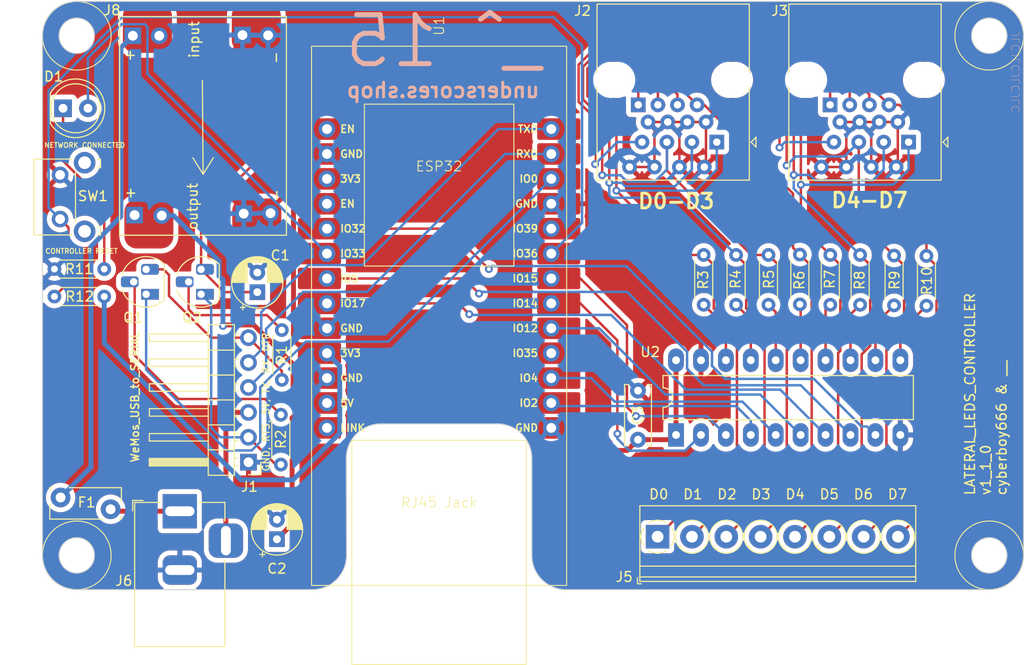
<source format=kicad_pcb>
(kicad_pcb (version 20221018) (generator pcbnew)
  (title_block (title "lateral_leds_controller") (date "2024-05-23") (rev "v1_1_0"))
  (layers (0 "F.Cu" signal) (31 "B.Cu" signal) (34 "B.Paste" user) (35 "F.Paste" user) (36 "B.SilkS" user "B.Silkscreen") (37 "F.SilkS" user "F.Silkscreen") (38 "B.Mask" user) (39 "F.Mask" user) (44 "Edge.Cuts" user))
  (net 0 "")
  (net 1 "Net-(Q2-C)")
  (net 2 "GND")
  (net 3 "Net-(D1-K)")
  (net 4 "Net-(D1-A)")
  (net 5 "Net-(F1-Pad1)")
  (net 6 "Net-(J5-Pin_8)")
  (net 7 "Net-(J1-Pin_2)")
  (net 8 "+5V")
  (net 9 "Net-(J1-Pin_4)")
  (net 10 "Net-(J1-Pin_5)")
  (net 11 "Net-(J1-Pin_6)")
  (net 12 "Net-(J5-Pin_7)")
  (net 13 "Net-(J5-Pin_6)")
  (net 14 "Net-(J5-Pin_5)")
  (net 15 "Net-(J5-Pin_1)")
  (net 16 "Net-(J5-Pin_2)")
  (net 17 "Net-(J5-Pin_3)")
  (net 18 "Net-(J5-Pin_4)")
  (net 19 "Net-(Q1-E)")
  (net 20 "Net-(Q1-B)")
  (net 21 "Net-(Q2-B)")
  (net 22 "Net-(U2-B0)")
  (net 23 "Net-(U2-B1)")
  (net 24 "Net-(U2-B2)")
  (net 25 "Net-(U2-B3)")
  (net 26 "Net-(U2-B4)")
  (net 27 "Net-(U2-B6)")
  (net 28 "Net-(U2-B5)")
  (net 29 "Net-(U2-B7)")
  (net 30 "+3V3")
  (net 32 "Net-(U1-IO32{slash}ADC1_CH4{slash}TCH9)")
  (net 33 "Net-(U1-IO5{slash}BOOT_FLOAT)")
  (net 34 "Net-(U1-IO17{slash}UART2_TX)")
  (net 35 "Net-(U1-IO2{slash}ADC2_CH2{slash}TCH2{slash}PRG_FLOAT_OR_GND)")
  (net 36 "Net-(U1-IO4{slash}ADC2_CH0{slash}TCH0)")
  (net 38 "Net-(U1-IO12{slash}ADC2_CH5{slash}TCH5{slash}BOOT_FLOAT_OR_LOW)")
  (net 39 "Net-(U1-IO14{slash}ADC2_CH6{slash}TCH6)")
  (net 40 "Net-(U1-IO15{slash}ADC2_CH3{slash}TCH3)")
  (net 41 "Net-(J1-Pin_3)")
  (net 43 "Net-(J8-Pin_1)")
  (net 44 "Net-(U1-IO36{slash}ADC1_CH0{slash}INPUT_ONLY)")
  (footprint "lib_fp:RJ45_Horizontal" (layer "F.Cu") (at 155.489 78.09 180)
    (fp_text reference "J2")
    (fp_text value "RJ45")
  )
  (footprint "Connector_BarrelJack:BarrelJack_Horizontal" (layer "F.Cu") (at 100.759 115.74 90)
    (fp_text reference "J6")
    (fp_text value "Barrel_Jack_Switch")
  )
  (footprint "Resistor_THT:R_Axial_DIN0204_L3.6mm_D1.6mm_P5.08mm_Horizontal" (layer "F.Cu") (at 111.159 102.34 90)
    (fp_text reference "R1")
    (fp_text value "10k")
  )
  (footprint "lib_fp:WT32-ETH01" (layer "F.Cu") (at 127.189 95.81)
    (fp_text reference "U1")
    (fp_text value "WT32-ETH01")
  )
  (footprint "Package_TO_SOT_THT:TO-92_HandSolder" (layer "F.Cu") (at 102.929 93.61 90)
    (fp_text reference "Q2")
    (fp_text value "2N3904")
  )
  (footprint "Resistor_THT:R_Axial_DIN0204_L3.6mm_D1.6mm_P5.08mm_Horizontal" (layer "F.Cu") (at 160.759 94.68 90)
    (fp_text reference "R5")
    (fp_text value "100")
  )
  (footprint "Connector_PinHeader_2.54mm:PinHeader_1x06_P2.54mm_Horizontal" (layer "F.Cu") (at 107.759 110.74 180)
    (fp_text reference "J1")
    (fp_text value "WeMos_CH340G_USB_to_SERIAL")
  )
  (footprint "lib_fp:RJ45_Horizontal" (layer "F.Cu") (at 175.0415 78.09 180)
    (fp_text reference "J3")
    (fp_text value "RJ45")
  )
  (footprint "Capacitor_THT:CP_Radial_D5.0mm_P2.00mm" (layer "F.Cu") (at 108.659 93.395112 90)
    (fp_text reference "C1")
    (fp_text value "10u")
  )
  (footprint "Fuse:Fuse_Bourns_MF-RG300" (layer "F.Cu") (at 93.709 115.54 180)
    (fp_text reference "F1")
    (fp_text value "Polyfuse")
  )
  (footprint "Resistor_THT:R_Axial_DIN0204_L3.6mm_D1.6mm_P5.08mm_Horizontal" (layer "F.Cu") (at 87.979 91.04)
    (fp_text reference "R11")
    (fp_text value "100")
  )
  (footprint "Capacitor_THT:CP_Radial_D5.0mm_P2.00mm" (layer "F.Cu") (at 110.659 118.595112 90)
    (fp_text reference "C2")
    (fp_text value "220u")
  )
  (footprint "Resistor_THT:R_Axial_DIN0204_L3.6mm_D1.6mm_P5.08mm_Horizontal" (layer "F.Cu") (at 170.099 94.68 90)
    (fp_text reference "R8")
    (fp_text value "100")
  )
  (footprint "Resistor_THT:R_Axial_DIN0204_L3.6mm_D1.6mm_P5.08mm_Horizontal" (layer "F.Cu") (at 87.979 93.84)
    (fp_text reference "R12")
    (fp_text value "10k")
  )
  (footprint "Resistor_THT:R_Axial_DIN0204_L3.6mm_D1.6mm_P5.08mm_Horizontal" (layer "F.Cu") (at 176.859 94.78 90)
    (fp_text reference "R10")
    (fp_text value "100")
  )
  (footprint "Button_Switch_THT:SW_Tactile_SKHH_Angled" (layer "F.Cu") (at 88.559 85.94 90)
    (fp_text reference "SW1")
    (fp_text value "SW_Push")
  )
  (footprint "Resistor_THT:R_Axial_DIN0204_L3.6mm_D1.6mm_P5.08mm_Horizontal" (layer "F.Cu") (at 157.459 94.68 90)
    (fp_text reference "R4")
    (fp_text value "100")
  )
  (footprint "Resistor_THT:R_Axial_DIN0204_L3.6mm_D1.6mm_P5.08mm_Horizontal" (layer "F.Cu") (at 173.559 94.74 90)
    (fp_text reference "R9")
    (fp_text value "100")
  )
  (footprint "Resistor_THT:R_Axial_DIN0204_L3.6mm_D1.6mm_P5.08mm_Horizontal" (layer "F.Cu") (at 111.059 110.98 90)
    (fp_text reference "R2")
    (fp_text value "10k")
  )
  (footprint "Capacitor_THT:C_Disc_D6.0mm_W2.5mm_P5.00mm" (layer "F.Cu") (at 147.459 108.44 90)
    (fp_text reference "C3")
    (fp_text value "0.1u")
  )
  (footprint "LED_THT:LED_D5.0mm" (layer "F.Cu") (at 88.859 74.64)
    (fp_text reference "D1")
    (fp_text value "LED")
  )
  (footprint "Package_TO_SOT_THT:TO-92_HandSolder" (layer "F.Cu") (at 97.329 93.61 90)
    (fp_text reference "Q1")
    (fp_text value "2N3904")
  )
  (footprint "TerminalBlock_Phoenix:TerminalBlock_Phoenix_PT-1,5-8-3.5-H_1x08_P3.50mm_Horizontal" (layer "F.Cu") (at 149.459 118.34)
    (fp_text reference "J5")
    (fp_text value "terminal_08")
  )
  (footprint "Resistor_THT:R_Axial_DIN0204_L3.6mm_D1.6mm_P5.08mm_Horizontal" (layer "F.Cu") (at 154.159 94.68 90)
    (fp_text reference "R3")
    (fp_text value "100")
  )
  (footprint "lib_fp:MP1584EN_stepdown_module" (layer "F.Cu") (at 103.059 76.44 90)
    (fp_text reference "J8")
    (fp_text value "MP1584EN_5v_stepdown")
  )
  (footprint "Resistor_THT:R_Axial_DIN0204_L3.6mm_D1.6mm_P5.08mm_Horizontal" (layer "F.Cu") (at 163.959 94.64 90)
    (fp_text reference "R6")
    (fp_text value "100")
  )
  (footprint "Package_DIP:DIP-20_W7.62mm_LongPads" (layer "F.Cu") (at 151.339 107.96 90)
    (fp_text reference "U2")
    (fp_text value "74HC245")
  )
  (footprint "Resistor_THT:R_Axial_DIN0204_L3.6mm_D1.6mm_P5.08mm_Horizontal" (layer "F.Cu") (at 167.059 94.68 90)
    (fp_text reference "R7")
    (fp_text value "100")
  )
  (gr_circle (center 183.259 120.24) (end 183.259 116.74) (stroke (width 0.1)) (fill none) (layer "F.SilkS"))
  (gr_circle (center 90.259 67.24) (end 90.259 63.74) (stroke (width 0.1)) (fill none) (layer "F.SilkS"))
  (gr_circle (center 90.259 120.24) (end 90.259 116.74) (stroke (width 0.1)) (fill none) (layer "F.SilkS"))
  (gr_circle (center 183.259 67.24) (end 183.259 63.74) (stroke (width 0.1)) (fill none) (layer "F.SilkS"))
  (gr_arc (start 86.759 67.24) (mid 87.784126 64.765126) (end 90.259 63.74) (stroke (width 0.1)) (layer "Edge.Cuts"))
  (gr_arc (start 186.759 120.24) (mid 185.733874 122.714874) (end 183.259 123.74) (stroke (width 0.1)) (layer "Edge.Cuts"))
  (gr_circle (center 90.259 120.24) (end 92.059 120.24) (stroke (width 0.1)) (fill none) (layer "Edge.Cuts"))
  (gr_line (start 114.259 123.74) (end 90.259 123.74) (stroke (width 0.1)) (layer "Edge.Cuts"))
  (gr_line (start 86.759 120.24) (end 86.759 67.24) (stroke (width 0.1)) (layer "Edge.Cuts"))
  (gr_line (start 117.733874 110.34) (end 117.759 120.24) (stroke (width 0.1)) (layer "Edge.Cuts"))
  (gr_line (start 133.133874 106.84) (end 121.233874 106.84) (stroke (width 0.1)) (layer "Edge.Cuts"))
  (gr_line (start 136.633874 120.24) (end 136.633874 110.34) (stroke (width 0.1)) (layer "Edge.Cuts"))
  (gr_arc (start 117.733874 110.34) (mid 118.758999 107.865117) (end 121.233874 106.84) (stroke (width 0.1)) (layer "Edge.Cuts"))
  (gr_line (start 186.759 67.24) (end 186.759 120.24) (stroke (width 0.1)) (layer "Edge.Cuts"))
  (gr_arc (start 90.259 123.74) (mid 87.784126 122.714874) (end 86.759 120.24) (stroke (width 0.1)) (layer "Edge.Cuts"))
  (gr_arc (start 133.133874 106.84) (mid 135.608765 107.865117) (end 136.633874 110.34) (stroke (width 0.1)) (layer "Edge.Cuts"))
  (gr_circle (center 90.259 67.24) (end 92.059 67.24) (stroke (width 0.1)) (fill none) (layer "Edge.Cuts"))
  (gr_arc (start 117.759 120.24) (mid 116.733874 122.714874) (end 114.259 123.74) (stroke (width 0.1)) (layer "Edge.Cuts"))
  (gr_circle (center 183.259 67.24) (end 181.459 67.24) (stroke (width 0.1)) (fill none) (layer "Edge.Cuts"))
  (gr_arc (start 183.259 63.74) (mid 185.733874 64.765126) (end 186.759 67.24) (stroke (width 0.1)) (layer "Edge.Cuts"))
  (gr_line (start 183.259 123.74) (end 140.133874 123.74) (stroke (width 0.1)) (layer "Edge.Cuts"))
  (gr_circle (center 183.259 120.24) (end 181.459 120.24) (stroke (width 0.1)) (fill none) (layer "Edge.Cuts"))
  (gr_arc (start 140.133874 123.74) (mid 137.659017 122.714865) (end 136.633874 120.24) (stroke (width 0.1)) (layer "Edge.Cuts"))
  (gr_line (start 90.259 63.74) (end 183.259 63.74) (stroke (width 0.1)) (layer "Edge.Cuts"))
  (gr_text "_^ 15" (at 127.6 67.8) (layer "B.SilkS") (effects (font (size 5 5) (thickness 0.5)) (justify mirror)))
  (gr_text "JLCJLCJLCJLC" (at 185.959 70.94 90) (layer "B.SilkS") (effects (font (size 0.81 0.81) (thickness 0.04)) (justify mirror)))
  (gr_text "underscores.shop" (at 127.6 72.8) (layer "B.SilkS") (effects (font (size 1.5 1.5) (thickness 0.3)) (justify mirror)))
  (gr_text "CONTROLLER RESET" (at 87 89.5) (layer "F.SilkS") (effects (font (size 0.5 0.5) (thickness 0.1) bold) (justify left bottom)))
  (gr_text "LATERAL_LEDS_CONTROLLER\nv1_1_0\ncyberboy666 & __" (at 185.1 114.2 90) (layer "F.SilkS") (effects (font (size 1 1)) (justify left bottom)))
  (gr_text "D0-D3" (at 147.3 85) (layer "F.SilkS") (effects (font (size 1.5 1.5) (thickness 0.3) bold) (justify left bottom)))
  (gr_text "WeMos_USB_to_SERIAL" (at 96.659 110.84 90) (layer "F.SilkS") (effects (font (size 0.8 0.8)) (justify left bottom)))
  (gr_text "GND, RTS, 5V, TX, RX, DTR" (at 109.959 111.74 90) (layer "F.SilkS") (effects (font (size 0.7 0.7) (thickness 0.12) bold) (justify left bottom)))
  (gr_text "NETWORK CONNECTED" (at 86.9 78.7) (layer "F.SilkS") (effects (font (size 0.5 0.5) (thickness 0.1) bold) (justify left bottom)))
  (gr_text "D4-D7" (at 167 84.9) (layer "F.SilkS") (effects (font (size 1.5 1.5) (thickness 0.3) bold) (justify left bottom)))
  (gr_text "D0  D1  D2  D3  D4  D5  D6  D7" (at 148.5 114.6) (layer "F.SilkS") (effects (font (size 1 1)) (justify left bottom)))
  (segment (start 102.929 91.07) (end 105.254112 93.395112) (width 0.25) (layer "F.Cu") (net 1))
  (segment (start 102.929 91.07) (end 102.929 85.67) (width 0.25) (layer "F.Cu") (net 1))
  (segment (start 105.254112 93.395112) (end 108.659 93.395112) (width 0.25) (layer "F.Cu") (net 1))
  (segment (start 102.929 85.67) (end 111.839 76.76) (width 0.25) (layer "F.Cu") (net 1))
  (segment (start 111.839 76.76) (end 115.759 76.76) (width 0.25) (layer "F.Cu") (net 1))
  (segment (start 173.9415 76.04) (end 172.0415 76.04) (width 0.25) (layer "F.Cu") (net 2))
  (segment (start 170.0415 76.04) (end 168.0415 76.04) (width 0.25) (layer "F.Cu") (net 2))
  (segment (start 149.139 80.63) (end 146.599 80.63) (width 0.25) (layer "F.Cu") (net 2))
  (segment (start 150.489 76.04) (end 148.489 76.04) (width 0.25) (layer "F.Cu") (net 2))
  (segment (start 172.0415 76.04) (end 171.2315 76.85) (width 0.25) (layer "F.Cu") (net 2))
  (segment (start 172.0415 76.04) (end 170.0415 76.04) (width 0.25) (layer "F.Cu") (net 2))
  (segment (start 154.389 76.04) (end 152.489 76.04) (width 0.25) (layer "F.Cu") (net 2))
  (segment (start 173.9415 76.04) (end 173.9415 80.46) (width 0.25) (layer "F.Cu") (net 2))
  (segment (start 168.6915 77.39) (end 168.6915 80.63) (width 0.25) (layer "F.Cu") (net 2))
  (segment (start 170.0415 76.04) (end 168.6915 77.39) (width 0.25) (layer "F.Cu") (net 2))
  (segment (start 152.489 76.04) (end 150.489 76.04) (width 0.25) (layer "F.Cu") (net 2))
  (segment (start 148.489 76.04) (end 149.139 76.69) (width 0.25) (layer "F.Cu") (net 2))
  (segment (start 171.2315 76.85) (end 171.2315 80.63) (width 0.25) (layer "F.Cu") (net 2))
  (segment (start 154.389 76.04) (end 154.389 80.46) (width 0.25) (layer "F.Cu") (net 2))
  (segment (start 149.139 76.69) (end 149.139 80.63) (width 0.25) (layer "F.Cu") (net 2))
  (segment (start 173.9415 80.46) (end 173.7715 80.63) (width 0.25) (layer "F.Cu") (net 2))
  (segment (start 168.6915 80.63) (end 166.1515 80.63) (width 0.25) (layer "F.Cu") (net 2))
  (segment (start 154.389 80.46) (end 154.219 80.63) (width 0.25) (layer "F.Cu") (net 2))
  (segment (start 151.679 76.85) (end 151.679 80.63) (width 0.25) (layer "F.Cu") (net 2))
  (segment (start 152.489 76.04) (end 151.679 76.85) (width 0.25) (layer "F.Cu") (net 2))
  (segment (start 88.859 80.005255) (end 93.059 84.205255) (width 0.25) (layer "F.Cu") (net 3))
  (segment (start 93.059 84.205255) (end 93.059 91.04) (width 0.25) (layer "F.Cu") (net 3))
  (segment (start 88.859 74.64) (end 88.859 80.005255) (width 0.25) (layer "F.Cu") (net 3))
  (segment (start 94.8288 66.0702) (end 91.399 69.5) (width 0.25) (layer "B.Cu") (net 4))
  (segment (start 97.1892 66.0702) (end 94.8288 66.0702) (width 0.25) (layer "B.Cu") (net 4))
  (segment (start 97.459 71.128299) (end 97.459 66.34) (width 0.25) (layer "B.Cu") (net 4))
  (segment (start 91.399 69.5) (end 91.399 74.64) (width 0.25) (layer "B.Cu") (net 4))
  (segment (start 115.759 89.46) (end 115.759 89.428299) (width 0.25) (layer "B.Cu") (net 4))
  (segment (start 115.759 89.428299) (end 97.459 71.128299) (width 0.25) (layer "B.Cu") (net 4))
  (segment (start 97.459 66.34) (end 97.1892 66.0702) (width 0.25) (layer "B.Cu") (net 4))
  (segment (start 100.759 115.74) (end 93.909 115.74) (width 0.5) (layer "F.Cu") (net 5))
  (segment (start 93.909 115.74) (end 93.709 115.54) (width 0.5) (layer "F.Cu") (net 5))
  (segment (start 161.690802 75.108198) (end 161.8855 75.302896) (width 0.25) (layer "F.Cu") (net 6))
  (segment (start 177.884 90.725) (end 177.884 114.415) (width 0.25) (layer "F.Cu") (net 6))
  (segment (start 162.509 68.39) (end 160.9665 69.9325) (width 0.25) (layer "F.Cu") (net 6))
  (segment (start 160.9665 74.383896) (end 161.690802 75.108198) (width 0.25) (layer "F.Cu") (net 6))
  (segment (start 177.884 114.415) (end 173.959 118.34) (width 0.25) (layer "F.Cu") (net 6))
  (segment (start 167.1415 68.39) (end 162.509 68.39) (width 0.25) (layer "F.Cu") (net 6))
  (segment (start 160.9665 69.9325) (end 160.9665 74.383896) (width 0.25) (layer "F.Cu") (net 6))
  (segment (start 176.859 77.04684) (end 174.10216 74.29) (width 0.25) (layer "F.Cu") (net 6))
  (segment (start 173.0415 74.29) (end 167.1415 68.39) (width 0.25) (layer "F.Cu") (net 6))
  (segment (start 176.859 89.7) (end 176.859 77.04684) (width 0.25) (layer "F.Cu") (net 6))
  (segment (start 161.8855 75.302896) (end 161.8855 78.64) (width 0.25) (layer "F.Cu") (net 6))
  (segment (start 176.859 89.7) (end 177.884 90.725) (width 0.25) (layer "F.Cu") (net 6))
  (segment (start 174.10216 74.29) (end 173.0415 74.29) (width 0.25) (layer "F.Cu") (net 6))
  (via (at 161.8855 78.64) (size 0.8) (drill 0.4) (layers "F.Cu" "B.Cu") (net 6))
  (segment (start 162.4355 78.09) (end 167.4215 78.09) (width 0.25) (layer "B.Cu") (net 6))
  (segment (start 161.8855 78.64) (end 162.4355 78.09) (width 0.25) (layer "B.Cu") (net 6))
  (segment (start 110.539 110.98) (end 111.059 110.98) (width 0.25) (layer "F.Cu") (net 7))
  (segment (start 107.759 108.2) (end 110.539 110.98) (width 0.25) (layer "F.Cu") (net 7))
  (segment (start 103.959 94.64) (end 103.959 107.24) (width 0.25) (layer "B.Cu") (net 7))
  (segment (start 102.929 93.61) (end 103.959 94.64) (width 0.25) (layer "B.Cu") (net 7))
  (segment (start 103.959 107.24) (end 104.919 108.2) (width 0.25) (layer "B.Cu") (net 7))
  (segment (start 104.919 108.2) (end 107.759 108.2) (width 0.25) (layer "B.Cu") (net 7))
  (segment (start 133.027382 104.7) (end 137.867382 109.54) (width 0.5) (layer "F.Cu") (net 8))
  (segment (start 137.867382 109.54) (end 146.359 109.54) (width 0.5) (layer "F.Cu") (net 8))
  (segment (start 112.209 106.214382) (end 112.209 117.045112) (width 0.5) (layer "F.Cu") (net 8))
  (segment (start 146.359 109.54) (end 147.459 108.44) (width 0.5) (layer "F.Cu") (net 8))
  (segment (start 112.309 100.751522) (end 108.297478 96.74) (width 0.5) (layer "F.Cu") (net 8))
  (segment (start 114.997 104.7) (end 113.723382 104.7) (width 0.5) (layer "F.Cu") (net 8))
  (segment (start 150.859 108.44) (end 151.339 107.96) (width 0.5) (layer "F.Cu") (net 8))
  (segment (start 115.759 104.7) (end 133.027382 104.7) (width 0.5) (layer "F.Cu") (net 8))
  (segment (start 108.297478 96.74) (end 105.259 96.74) (width 0.5) (layer "F.Cu") (net 8))
  (segment (start 147.459 108.44) (end 150.859 108.44) (width 0.5) (layer "F.Cu") (net 8))
  (segment (start 151.339 107.96) (end 151.339 100.34) (width 0.5) (layer "F.Cu") (net 8))
  (segment (start 113.723382 104.7) (end 112.309 103.285618) (width 0.5) (layer "F.Cu") (net 8))
  (segment (start 112.209 117.045112) (end 110.659 118.595112) (width 0.5) (layer "F.Cu") (net 8))
  (segment (start 115.759 104.7) (end 113.723382 104.7) (width 0.5) (layer "F.Cu") (net 8))
  (segment (start 105.259 96.74) (end 105.159 96.84) (width 0.5) (layer "F.Cu") (net 8))
  (segment (start 112.309 103.285618) (end 112.309 100.751522) (width 0.5) (layer "F.Cu") (net 8))
  (segment (start 113.723382 104.7) (end 112.209 106.214382) (width 0.5) (layer "F.Cu") (net 8))
  (via (at 105.159 96.84) (size 0.8) (drill 0.4) (layers "F.Cu" "B.Cu") (net 8))
  (segment (start 105.159 92.14) (end 105.109 92.09) (width 0.5) (layer "B.Cu") (net 8))
  (segment (start 104.759 90.222119) (end 100.120881 85.584) (width 0.5) (layer "B.Cu") (net 8))
  (segment (start 105.159 96.84) (end 105.159 92.14) (width 0.5) (layer "B.Cu") (net 8))
  (segment (start 100.120881 85.584) (end 98.9188 85.584) (width 0.5) (layer "B.Cu") (net 8))
  (segment (start 104.759 91.74) (end 104.759 90.222119) (width 0.5) (layer "B.Cu") (net 8))
  (segment (start 105.109 92.09) (end 104.759 91.74) (width 0.5) (layer "B.Cu") (net 8))
  (segment (start 113.334 93.365) (end 119.834 93.365) (width 0.25) (layer "B.Cu") (net 9))
  (segment (start 109.559 101.32) (end 109.559 97.14) (width 0.25) (layer "B.Cu") (net 9))
  (segment (start 107.759 103.12) (end 109.559 101.32) (width 0.25) (layer "B.Cu") (net 9))
  (segment (start 119.834 93.365) (end 133.899 79.3) (width 0.25) (layer "B.Cu") (net 9))
  (segment (start 109.559 97.14) (end 113.334 93.365) (width 0.25) (layer "B.Cu") (net 9))
  (segment (start 133.899 79.3) (end 138.619 79.3) (width 0.25) (layer "B.Cu") (net 9))
  (segment (start 119.364 90.635) (end 133.239 76.76) (width 0.25) (layer "B.Cu") (net 10))
  (segment (start 113.864 90.635) (end 119.364 90.635) (width 0.25) (layer "B.Cu") (net 10))
  (segment (start 109.059 99.28) (end 109.059 95.44) (width 0.25) (layer "B.Cu") (net 10))
  (segment (start 133.239 76.76) (end 138.619 76.76) (width 0.25) (layer "B.Cu") (net 10))
  (segment (start 107.759 100.58) (end 109.059 99.28) (width 0.25) (layer "B.Cu") (net 10))
  (segment (start 109.059 95.44) (end 113.864 90.635) (width 0.25) (layer "B.Cu") (net 10))
  (segment (start 103.922604 98.04) (end 99.659 93.776396) (width 0.25) (layer "F.Cu") (net 11))
  (segment (start 111.159 102.34) (end 111.159 101.44) (width 0.25) (layer "F.Cu") (net 11))
  (segment (start 99.089 91.07) (end 97.329 91.07) (width 0.25) (layer "F.Cu") (net 11))
  (segment (start 99.659 91.64) (end 99.089 91.07) (width 0.25) (layer "F.Cu") (net 11))
  (segment (start 111.159 101.44) (end 107.759 98.04) (width 0.25) (layer "F.Cu") (net 11))
  (segment (start 107.759 98.04) (end 103.922604 98.04) (width 0.25) (layer "F.Cu") (net 11))
  (segment (start 99.659 93.776396) (end 99.659 91.64) (width 0.25) (layer "F.Cu") (net 11))
  (segment (start 162.61 75.489) (end 162.61 80.470503) (width 0.25) (layer "F.Cu") (net 12))
  (segment (start 173.559 89.66) (end 169.9615 86.0625) (width 0.25) (layer "F.Cu") (net 12))
  (segment (start 169.9615 86.0625) (end 169.9615 78.09) (width 0.25) (layer "F.Cu") (net 12))
  (segment (start 171.0415 74.29) (end 171.0415 73.22934) (width 0.25) (layer "F.Cu") (net 12))
  (segment (start 171.0415 73.22934) (end 166.65216 68.84) (width 0.25) (layer "F.Cu") (net 12))
  (segment (start 174.584 96.315) (end 172.784 98.115) (width 0.25) (layer "F.Cu") (net 12))
  (segment (start 173.559 89.66) (end 174.584 90.685) (width 0.25) (layer "F.Cu") (net 12))
  (segment (start 162.886208 68.84) (end 161.4165 70.309708) (width 0.25) (layer "F.Cu") (net 12))
  (segment (start 161.4165 70.6825) (end 161.4165 74.1975) (width 0.25) (layer "F.Cu") (net 12))
  (segment (start 172.784 98.115) (end 172.784 116.015) (width 0.25) (layer "F.Cu") (net 12))
  (segment (start 161.4165 74.1975) (end 162.659 75.44) (width 0.25) (layer "F.Cu") (net 12))
  (segment (start 172.784 116.015) (end 170.459 118.34) (width 0.25) (layer "F.Cu") (net 12))
  (segment (start 166.65216 68.84) (end 162.886208 68.84) (width 0.25) (layer "F.Cu") (net 12))
  (segment (start 161.4165 70.309708) (end 161.4165 70.6825) (width 0.25) (layer "F.Cu") (net 12))
  (segment (start 162.659 75.44) (end 162.61 75.489) (width 0.25) (layer "F.Cu") (net 12))
  (segment (start 174.584 90.685) (end 174.584 96.315) (width 0.25) (layer "F.Cu") (net 12))
  (via (at 162.61 80.470503) (size 0.8) (drill 0.4) (layers "F.Cu" "B.Cu") (net 12))
  (segment (start 163.525503 79.555) (end 168.4965 79.555) (width 0.25) (layer "B.Cu") (net 12))
  (segment (start 168.4965 79.555) (end 169.9615 78.09) (width 0.25) (layer "B.Cu") (net 12))
  (segment (start 162.61 80.470503) (end 163.525503 79.555) (width 0.25) (layer "B.Cu") (net 12))
  (segment (start 170.259 115.04) (end 166.959 118.34) (width 0.25) (layer "F.Cu") (net 13))
  (segment (start 169.0415 74.29) (end 169.0415 72.470532) (width 0.25) (layer "F.Cu") (net 13))
  (segment (start 161.8665 70.496104) (end 161.8665 73.8475) (width 0.25) (layer "F.Cu") (net 13))
  (segment (start 170.259 99.74) (end 170.259 115.04) (width 0.25) (layer "F.Cu") (net 13))
  (segment (start 171.124 98.875) (end 170.259 99.74) (width 0.25) (layer "F.Cu") (net 13))
  (segment (start 161.8665 73.8475) (end 163.159 75.14) (width 0.25) (layer "F.Cu") (net 13))
  (segment (start 171.124 90.625) (end 171.124 98.875) (width 0.25) (layer "F.Cu") (net 13))
  (segment (start 163.072604 69.29) (end 161.8665 70.496104) (width 0.25) (layer "F.Cu") (net 13))
  (segment (start 170.099 89.6) (end 171.124 90.625) (width 0.25) (layer "F.Cu") (net 13))
  (segment (start 163.159 75.14) (end 163.3345 75.3155) (width 0.25) (layer "F.Cu") (net 13))
  (segment (start 163.3345 75.3155) (end 163.3345 81.44) (width 0.25) (layer "F.Cu") (net 13))
  (segment (start 165.860968 69.29) (end 163.072604 69.29) (width 0.25) (layer "F.Cu") (net 13))
  (segment (start 169.0415 72.470532) (end 165.860968 69.29) (width 0.25) (layer "F.Cu") (net 13))
  (via (at 163.3345 81.44) (size 0.8) (drill 0.4) (layers "F.Cu" "B.Cu") (net 13))
  (segment (start 172.5015 80.88028) (end 172.5015 78.09) (width 0.25) (layer "B.Cu") (net 13))
  (segment (start 163.334 81.4405) (end 163.3345 81.44) (width 0.25) (layer "B.Cu") (net 13))
  (segment (start 163.334 82.835) (end 163.334 81.4405) (width 0.25) (layer "B.Cu") (net 13))
  (segment (start 171.39178 81.99) (end 172.5015 80.88028) (width 0.25) (layer "B.Cu") (net 13))
  (segment (start 164.959 81.44) (end 165.509 81.99) (width 0.25) (layer "B.Cu") (net 13))
  (segment (start 165.509 81.99) (end 171.39178 81.99) (width 0.25) (layer "B.Cu") (net 13))
  (segment (start 163.3345 81.44) (end 164.959 81.44) (width 0.25) (layer "B.Cu") (net 13))
  (segment (start 170.099 89.6) (end 163.334 82.835) (width 0.25) (layer "B.Cu") (net 13))
  (segment (start 163.259 69.74) (end 162.3165 70.6825) (width 0.25) (layer "F.Cu") (net 14))
  (segment (start 162.3165 73.3975) (end 163.759 74.84) (width 0.25) (layer "F.Cu") (net 14))
  (segment (start 165.674572 69.74) (end 163.259 69.74) (width 0.25) (layer "F.Cu") (net 14))
  (segment (start 164.059 86.6) (end 164.059 82.44) (width 0.25) (layer "F.Cu") (net 14))
  (segment (start 167.0415 71.106928) (end 165.674572 69.74) (width 0.25) (layer "F.Cu") (net 14))
  (segment (start 164.059 75.14) (end 164.059 82.44) (width 0.25) (layer "F.Cu") (net 14))
  (segment (start 167.059 89.6) (end 164.059 86.6) (width 0.25) (layer "F.Cu") (net 14))
  (segment (start 163.759 74.84) (end 164.059 75.14) (width 0.25) (layer "F.Cu") (net 14))
  (segment (start 168.084 90.625) (end 168.084 99.38401) (width 0.25) (layer "F.Cu") (net 14))
  (segment (start 168.084 99.38401) (end 167.859 99.60901) (width 0.25) (layer "F.Cu") (net 14))
  (segment (start 167.059 89.6) (end 168.084 90.625) (width 0.25) (layer "F.Cu") (net 14))
  (segment (start 162.3165 70.6825) (end 162.3165 73.3975) (width 0.25) (layer "F.Cu") (net 14))
  (segment (start 167.859 113.94) (end 163.459 118.34) (width 0.25) (layer "F.Cu") (net 14))
  (segment (start 167.859 99.60901) (end 167.859 113.94) (width 0.25) (layer "F.Cu") (net 14))
  (segment (start 167.0415 74.29) (end 167.0415 71.106928) (width 0.25) (layer "F.Cu") (net 14))
  (via (at 164.059 82.44) (size 0.8) (drill 0.4) (layers "F.Cu" "B.Cu") (net 14))
  (segment (start 175.0415 80.88028) (end 175.0415 78.09) (width 0.25) (layer "B.Cu") (net 14))
  (segment (start 164.059 82.44) (end 173.48178 82.44) (width 0.25) (layer "B.Cu") (net 14))
  (segment (start 173.48178 82.44) (end 175.0415 80.88028) (width 0.25) (layer "B.Cu") (net 14))
  (segment (start 154.159 89.6) (end 155.184 90.625) (width 0.25) (layer "F.Cu") (net 15))
  (segment (start 146.147072 69.765) (end 143.920928 69.765) (width 0.25) (layer "F.Cu") (net 15))
  (segment (start 142.759 70.926928) (end 142.759 73.14) (width 0.25) (layer "F.Cu") (net 15))
  (segment (start 142.759 73.14) (end 145.259 75.64) (width 0.25) (layer "F.Cu") (net 15))
  (segment (start 143.920928 69.765) (end 142.759 70.926928) (width 0.25) (layer "F.Cu") (net 15))
  (segment (start 155.184 90.625) (end 155.184 95.068604) (width 0.25) (layer "F.Cu") (net 15))
  (segment (start 157.544 97.428604) (end 157.544 110.255) (width 0.25) (layer "F.Cu") (net 15))
  (segment (start 155.184 95.068604) (end 157.544 97.428604) (width 0.25) (layer "F.Cu") (net 15))
  (segment (start 147.489 74.29) (end 147.489 71.106928) (width 0.25) (layer "F.Cu") (net 15))
  (segment (start 151.819 89.6) (end 145.259 83.04) (width 0.25) (layer "F.Cu") (net 15))
  (segment (start 157.544 110.255) (end 149.459 118.34) (width 0.25) (layer "F.Cu") (net 15))
  (segment (start 147.489 71.106928) (end 146.147072 69.765) (width 0.25) (layer "F.Cu") (net 15))
  (segment (start 154.159 89.6) (end 151.819 89.6) (width 0.25) (layer "F.Cu") (net 15))
  (segment (start 145.259 75.64) (end 145.259 83.04) (width 0.25) (layer "F.Cu") (net 15))
  (via (at 145.259 83.04) (size 0.8) (drill 0.4) (layers "F.Cu" "B.Cu") (net 15))
  (segment (start 153.32928 83.04) (end 155.489 80.88028) (width 0.25) (layer "B.Cu") (net 15))
  (segment (start 155.489 80.88028) (end 155.489 78.09) (width 0.25) (layer "B.Cu") (net 15))
  (segment (start 145.259 83.04) (end 153.32928 83.04) (width 0.25) (layer "B.Cu") (net 15))
  (segment (start 143.584 69.315) (end 142.309 70.59) (width 0.25) (layer "F.Cu") (net 16))
  (segment (start 144.5345 75.551896) (end 144.5345 82.24) (width 0.25) (layer "F.Cu") (net 16))
  (segment (start 160.359 110.94) (end 152.959 118.34) (width 0.25) (layer "F.Cu") (net 16))
  (segment (start 157.459 89.6) (end 158.484 90.625) (width 0.25) (layer "F.Cu") (net 16))
  (segment (start 144.259 75.34) (end 144.322604 75.34) (width 0.25) (layer "F.Cu") (net 16))
  (segment (start 158.484 95.065) (end 160.359 96.94) (width 0.25) (layer "F.Cu") (net 16))
  (segment (start 144.322604 75.34) (end 144.5345 75.551896) (width 0.25) (layer "F.Cu") (net 16))
  (segment (start 158.484 90.625) (end 158.484 95.065) (width 0.25) (layer "F.Cu") (net 16))
  (segment (start 149.489 72.470532) (end 146.333468 69.315) (width 0.25) (layer "F.Cu") (net 16))
  (segment (start 142.309 70.59) (end 142.309 73.39) (width 0.25) (layer "F.Cu") (net 16))
  (segment (start 160.359 96.94) (end 160.359 110.94) (width 0.25) (layer "F.Cu") (net 16))
  (segment (start 142.309 73.39) (end 144.259 75.34) (width 0.25) (layer "F.Cu") (net 16))
  (segment (start 149.489 74.29) (end 149.489 72.470532) (width 0.25) (layer "F.Cu") (net 16))
  (segment (start 146.333468 69.315) (end 143.584 69.315) (width 0.25) (layer "F.Cu") (net 16))
  (via (at 144.5345 82.24) (size 0.8) (drill 0.4) (layers "F.Cu" "B.Cu") (net 16))
  (segment (start 152.949 80.88028) (end 152.949 78.09) (width 0.25) (layer "B.Cu") (net 16))
  (segment (start 145.809 82.24) (end 146.159 82.59) (width 0.25) (layer "B.Cu") (net 16))
  (segment (start 151.624 83.765) (end 144.784 83.765) (width 0.25) (layer "B.Cu") (net 16))
  (segment (start 151.23928 82.59) (end 152.949 80.88028) (width 0.25) (layer "B.Cu") (net 16))
  (segment (start 144.5345 83.5155) (end 144.5345 82.24) (width 0.25) (layer "B.Cu") (net 16))
  (segment (start 157.459 89.6) (end 151.624 83.765) (width 0.25) (layer "B.Cu") (net 16))
  (segment (start 144.5345 82.24) (end 145.809 82.24) (width 0.25) (layer "B.Cu") (net 16))
  (segment (start 146.159 82.59) (end 151.23928 82.59) (width 0.25) (layer "B.Cu") (net 16))
  (segment (start 144.784 83.765) (end 144.5345 83.5155) (width 0.25) (layer "B.Cu") (net 16))
  (segment (start 151.489 73.22934) (end 147.09966 68.84) (width 0.25) (layer "F.Cu") (net 17))
  (segment (start 143.81 75.691) (end 143.81 81.467928) (width 0.25) (layer "F.Cu") (net 17))
  (segment (start 159.019 89.6) (end 150.409 80.99) (width 0.25) (layer "F.Cu") (net 17))
  (segment (start 151.489 74.29) (end 151.489 73.22934) (width 0.25) (layer "F.Cu") (net 17))
  (segment (start 162.624 112.175) (end 156.459 118.34) (width 0.25) (layer "F.Cu") (net 17))
  (segment (start 160.759 89.6) (end 162.624 91.465) (width 0.25) (layer "F.Cu") (net 17))
  (segment (start 143.422604 68.84) (end 141.859 70.403604) (width 0.25) (layer "F.Cu") (net 17))
  (segment (start 147.09966 68.84) (end 143.422604 68.84) (width 0.25) (layer "F.Cu") (net 17))
  (segment (start 160.759 89.6) (end 159.019 89.6) (width 0.25) (layer "F.Cu") (net 17))
  (segment (start 162.624 91.465) (end 162.624 112.175) (width 0.25) (layer "F.Cu") (net 17))
  (segment (start 141.859 70.403604) (end 141.859 73.74) (width 0.25) (layer "F.Cu") (net 17))
  (segment (start 141.859 73.74) (end 143.659 75.54) (width 0.25) (layer "F.Cu") (net 17))
  (segment (start 150.409 80.99) (end 150.409 78.09) (width 0.25) (layer "F.Cu") (net 17))
  (segment (start 143.659 75.54) (end 143.81 75.691) (width 0.25) (layer "F.Cu") (net 17))
  (via (at 143.81 81.467928) (size 0.8) (drill 0.4) (layers "F.Cu" "B.Cu") (net 17))
  (segment (start 145.686928 81.467928) (end 146.359 82.14) (width 0.25) (layer "B.Cu") (net 17))
  (segment (start 143.81 81.467928) (end 145.686928 81.467928) (width 0.25) (layer "B.Cu") (net 17))
  (segment (start 149.14928 82.14) (end 150.409 80.88028) (width 0.25) (layer "B.Cu") (net 17))
  (segment (start 146.359 82.14) (end 149.14928 82.14) (width 0.25) (layer "B.Cu") (net 17))
  (segment (start 150.409 80.88028) (end 150.409 78.09) (width 0.25) (layer "B.Cu") (net 17))
  (segment (start 163.259 88.86) (end 163.259 83.34) (width 0.25) (layer "F.Cu") (net 18))
  (segment (start 141.409 70.19) (end 141.409 73.99) (width 0.25) (layer "F.Cu") (net 18))
  (segment (start 165.159 109.54) (end 165.159 112.24) (width 0.25) (layer "F.Cu") (net 18))
  (segment (start 153.489 74.29) (end 147.589 68.39) (width 0.25) (layer "F.Cu") (net 18))
  (segment (start 141.409 73.99) (end 143.159 75.74) (width 0.25) (layer "F.Cu") (net 18))
  (segment (start 163.959 89.56) (end 165.164 90.765) (width 0.25) (layer "F.Cu") (net 18))
  (segment (start 147.589 68.39) (end 143.209 68.39) (width 0.25) (layer "F.Cu") (net 18))
  (segment (start 164.959 112.44) (end 164.959 113.34) (width 0.25) (layer "F.Cu") (net 18))
  (segment (start 154.209 74.29) (end 153.489 74.29) (width 0.25) (layer "F.Cu") (net 18))
  (segment (start 143.159 80.2665) (end 143.0855 80.34) (width 0.25) (layer "F.Cu") (net 18))
  (segment (start 165.164 90.765) (end 165.164 109.535) (width 0.25) (layer "F.Cu") (net 18))
  (segment (start 165.159 112.24) (end 164.959 112.44) (width 0.25) (layer "F.Cu") (net 18))
  (segment (start 143.159 75.74) (end 143.159 80.2665) (width 0.25) (layer "F.Cu") (net 18))
  (segment (start 164.959 113.34) (end 159.959 118.34) (width 0.25) (layer "F.Cu") (net 18))
  (segment (start 143.209 68.39) (end 141.409 70.19) (width 0.25) (layer "F.Cu") (net 18))
  (segment (start 163.959 89.56) (end 163.259 88.86) (width 0.25) (layer "F.Cu") (net 18))
  (segment (start 163.259 83.34) (end 154.209 74.29) (width 0.25) (layer "F.Cu") (net 18))
  (segment (start 165.164 109.535) (end 165.159 109.54) (width 0.25) (layer "F.Cu") (net 18))
  (via (at 143.0855 80.34) (size 0.8) (drill 0.4) (layers "F.Cu" "B.Cu") (net 18))
  (segment (start 145.3355 78.09) (end 147.869 78.09) (width 0.25) (layer "B.Cu") (net 18))
  (segment (start 143.0855 80.34) (end 145.3355 78.09) (width 0.25) (layer "B.Cu") (net 18))
  (segment (start 105.559 109.54) (end 97.329 101.31) (width 0.25) (layer "B.Cu") (net 19))
  (segment (start 108.080701 109.54) (end 105.559 109.54) (width 0.25) (layer "B.Cu") (net 19))
  (segment (start 108.959 108.661701) (end 108.080701 109.54) (width 0.25) (layer "B.Cu") (net 19))
  (segment (start 138.619 81.84) (end 122.014 98.445) (width 0.25) (layer "B.Cu") (net 19))
  (segment (start 97.329 101.31) (end 97.329 93.61) (width 0.25) (layer "B.Cu") (net 19))
  (segment (start 108.959 103.090431) (end 108.959 108.661701) (width 0.25) (layer "B.Cu") (net 19))
  (segment (start 113.604431 98.445) (end 108.959 103.090431) (width 0.25) (layer "B.Cu") (net 19))
  (segment (start 122.014 98.445) (end 113.604431 98.445) (width 0.25) (layer "B.Cu") (net 19))
  (segment (start 109.454 104.295) (end 100.614 104.295) (width 0.25) (layer "F.Cu") (net 20))
  (segment (start 96.159 99.84) (end 96.159 92.44) (width 0.25) (layer "F.Cu") (net 20))
  (segment (start 96.159 92.44) (end 96.059 92.34) (width 0.25) (layer "F.Cu") (net 20))
  (segment (start 111.059 105.9) (end 109.454 104.295) (width 0.25) (layer "F.Cu") (net 20))
  (segment (start 100.614 104.295) (end 96.159 99.84) (width 0.25) (layer "F.Cu") (net 20))
  (segment (start 101.659 95.14) (end 101.659 92.34) (width 0.25) (layer "F.Cu") (net 21))
  (segment (start 111.159 97.26) (end 109.639 95.74) (width 0.25) (layer "F.Cu") (net 21))
  (segment (start 109.639 95.74) (end 102.259 95.74) (width 0.25) (layer "F.Cu") (net 21))
  (segment (start 102.259 95.74) (end 101.659 95.14) (width 0.25) (layer "F.Cu") (net 21))
  (segment (start 156.419 100.34) (end 156.419 96.94) (width 0.25) (layer "F.Cu") (net 22))
  (segment (start 156.419 96.94) (end 154.159 94.68) (width 0.25) (layer "F.Cu") (net 22))
  (segment (start 158.959 96.18) (end 157.459 94.68) (width 0.25) (layer "F.Cu") (net 23))
  (segment (start 158.959 100.34) (end 158.959 96.18) (width 0.25) (layer "F.Cu") (net 23))
  (segment (start 161.499 100.34) (end 161.499 95.42) (width 0.25) (layer "F.Cu") (net 24))
  (segment (start 161.499 95.42) (end 160.759 94.68) (width 0.25) (layer "F.Cu") (net 24))
  (segment (start 164.039 100.34) (end 164.039 94.72) (width 0.25) (layer "F.Cu") (net 25))
  (segment (start 164.039 94.72) (end 163.959 94.64) (width 0.25) (layer "F.Cu") (net 25))
  (segment (start 166.579 95.16) (end 167.059 94.68) (width 0.25) (layer "F.Cu") (net 26))
  (segment (start 166.579 100.34) (end 166.579 95.16) (width 0.25) (layer "F.Cu") (net 26))
  (segment (start 171.659 96.64) (end 173.559 94.74) (width 0.25) (layer "F.Cu") (net 27))
  (segment (start 171.659 100.34) (end 171.659 96.64) (width 0.25) (layer "F.Cu") (net 27))
  (segment (start 169.119 100.34) (end 169.119 95.66) (width 0.25) (layer "F.Cu") (net 28))
  (segment (start 169.119 95.66) (end 170.099 94.68) (width 0.25) (layer "F.Cu") (net 28))
  (segment (start 174.199 100.34) (end 174.199 97.44) (width 0.25) (layer "F.Cu") (net 29))
  (segment (start 174.199 97.44) (end 176.859 94.78) (width 0.25) (layer "F.Cu") (net 29))
  (segment (start 113.723382 99.62) (end 112.347 98.243618) (width 0.5) (layer "F.Cu") (net 30))
  (segment (start 112.347 98.243618) (end 112.347 83.128) (width 0.5) (layer "F.Cu") (net 30))
  (segment (start 115.759 99.62) (end 113.723382 99.62) (width 0.5) (layer "F.Cu") (net 30))
  (segment (start 113.635 81.84) (end 115.759 81.84) (width 0.5) (layer "F.Cu") (net 30))
  (segment (start 112.347 83.128) (end 113.635 81.84) (width 0.5) (layer "F.Cu") (net 30))
  (segment (start 112.297478 112.54) (end 107.001032 112.54) (width 0.5) (layer "B.Cu") (net 30))
  (segment (start 93.059 98.597968) (end 93.059 93.84) (width 0.5) (layer "B.Cu") (net 30))
  (segment (start 107.001032 112.54) (end 93.059 98.597968) (width 0.5) (layer "B.Cu") (net 30))
  (segment (start 117.059 100.92) (end 117.059 107.778478) (width 0.5) (layer "B.Cu") (net 30))
  (segment (start 117.059 107.778478) (end 112.297478 112.54) (width 0.5) (layer "B.Cu") (net 30))
  (segment (start 115.759 99.62) (end 117.059 100.92) (width 0.5) (layer "B.Cu") (net 30))
  (segment (start 132.259 91.04) (end 128.139 86.92) (width 0.25) (layer "F.Cu") (net 32))
  (segment (start 128.139 86.92) (end 115.759 86.92) (width 0.25) (layer "F.Cu") (net 32))
  (via (at 132.259 91.04) (size 0.8) (drill 0.4) (layers "F.Cu" "B.Cu") (net 32))
  (segment (start 132.559 90.74) (end 146.26999 90.74) (width 0.25) (layer "B.Cu") (net 32))
  (segment (start 156.32801 102.24) (end 165.38999 102.24) (width 0.25) (layer "B.Cu") (net 32))
  (segment (start 146.26999 90.74) (end 155.004 99.47401) (width 0.25) (layer "B.Cu") (net 32))
  (segment (start 170.79301 107.09401) (end 171.659 107.96) (width 0.25) (layer "B.Cu") (net 32))
  (segment (start 165.38999 102.24) (end 170.244 107.09401) (width 0.25) (layer "B.Cu") (net 32))
  (segment (start 132.259 91.04) (end 132.559 90.74) (width 0.25) (layer "B.Cu") (net 32))
  (segment (start 155.004 99.47401) (end 155.004 100.91599) (width 0.25) (layer "B.Cu") (net 32))
  (segment (start 170.244 107.09401) (end 170.79301 107.09401) (width 0.25) (layer "B.Cu") (net 32))
  (segment (start 155.004 100.91599) (end 156.32801 102.24) (width 0.25) (layer "B.Cu") (net 32))
  (segment (start 131.259 93.54) (end 129.719 92) (width 0.25) (layer "F.Cu") (net 33))
  (segment (start 129.719 92) (end 115.759 92) (width 0.25) (layer "F.Cu") (net 33))
  (via (at 131.259 93.54) (size 0.8) (drill 0.4) (layers "F.Cu" "B.Cu") (net 33))
  (segment (start 131.434 93.365) (end 131.259 93.54) (width 0.25) (layer "B.Cu") (net 33))
  (segment (start 154.159 102.89) (end 152.464 101.195) (width 0.25) (layer "B.Cu") (net 33))
  (segment (start 152.464 99.47401) (end 146.35499 93.365) (width 0.25) (layer "B.Cu") (net 33))
  (segment (start 146.35499 93.365) (end 131.434 93.365) (width 0.25) (layer "B.Cu") (net 33))
  (segment (start 164.049 102.89) (end 154.159 102.89) (width 0.25) (layer "B.Cu") (net 33))
  (segment (start 169.119 107.96) (end 164.049 102.89) (width 0.25) (layer "B.Cu") (net 33))
  (segment (start 152.464 101.195) (end 152.464 99.47401) (width 0.25) (layer "B.Cu") (net 33))
  (segment (start 129.159 94.54) (end 114.997 94.54) (width 0.25) (layer "F.Cu") (net 34))
  (segment (start 130.259 95.64) (end 129.159 94.54) (width 0.25) (layer "F.Cu") (net 34))
  (via (at 130.259 95.64) (size 0.8) (drill 0.4) (layers "F.Cu" "B.Cu") (net 34))
  (segment (start 144.72301 95.715) (end 130.334 95.715) (width 0.25) (layer "B.Cu") (net 34))
  (segment (start 153.059 103.34) (end 152.34801 103.34) (width 0.25) (layer "B.Cu") (net 34))
  (segment (start 130.334 95.715) (end 130.259 95.64) (width 0.25) (layer "B.Cu") (net 34))
  (segment (start 152.34801 103.34) (end 144.72301 95.715) (width 0.25) (layer "B.Cu") (net 34))
  (segment (start 161.959 103.34) (end 153.059 103.34) (width 0.25) (layer "B.Cu") (net 34))
  (segment (start 166.579 107.96) (end 161.959 103.34) (width 0.25) (layer "B.Cu") (net 34))
  (segment (start 158.959 107.96) (end 158.959 106.51) (width 0.25) (layer "B.Cu") (net 35))
  (segment (start 158.959 106.51) (end 157.464 105.015) (width 0.25) (layer "B.Cu") (net 35))
  (segment (start 138.934 105.015) (end 138.619 104.7) (width 0.25) (layer "B.Cu") (net 35))
  (segment (start 157.464 105.015) (end 138.934 105.015) (width 0.25) (layer "B.Cu") (net 35))
  (segment (start 161.499 107.96) (end 158.104 104.565) (width 0.25) (layer "B.Cu") (net 36))
  (segment (start 158.104 104.565) (end 145.084 104.565) (width 0.25) (layer "B.Cu") (net 36))
  (segment (start 145.084 104.565) (end 142.679 102.16) (width 0.25) (layer "B.Cu") (net 36))
  (segment (start 142.679 102.16) (end 138.619 102.16) (width 0.25) (layer "B.Cu") (net 36))
  (segment (start 159.919 103.84) (end 150.259 103.84) (width 0.25) (layer "B.Cu") (net 38))
  (segment (start 143.499 97.08) (end 138.619 97.08) (width 0.25) (layer "B.Cu") (net 38))
  (segment (start 150.259 103.84) (end 143.499 97.08) (width 0.25) (layer "B.Cu") (net 38))
  (segment (start 164.039 107.96) (end 159.919 103.84) (width 0.25) (layer "B.Cu") (net 38))
  (segment (start 141.580999 94.54) (end 139.381 94.54) (width 0.25) (layer "F.Cu") (net 39))
  (segment (start 145.359 98.318001) (end 141.580999 94.54) (width 0.25) (layer "F.Cu") (net 39))
  (segment (start 145.359 107.84) (end 145.359 98.318001) (width 0.25) (layer "F.Cu") (net 39))
  (via (at 145.359 107.84) (size 0.8) (drill 0.4) (layers "F.Cu" "B.Cu") (net 39))
  (segment (start 153.879 107.96) (end 152.274 109.565) (width 0.25) (layer "B.Cu") (net 39))
  (segment (start 152.274 109.565) (end 146.584 109.565) (width 0.25) (layer "B.Cu") (net 39))
  (segment (start 145.359 108.34) (end 145.359 107.84) (width 0.25) (layer "B.Cu") (net 39))
  (segment (start 146.584 109.565) (end 145.359 108.34) (width 0.25) (layer "B.Cu") (net 39))
  (segment (start 141.580999 92) (end 138.619 92) (width 0.25) (layer "F.Cu") (net 40))
  (segment (start 146.334 96.753001) (end 141.580999 92) (width 0.25) (layer "F.Cu") (net 40))
  (segment (start 147.259 106.04) (end 146.334 105.115) (width 0.25) (layer "F.Cu") (net 40))
  (segment (start 146.334 105.115) (end 146.334 96.753001) (width 0.25) (layer "F.Cu") (net 40))
  (via (at 147.259 106.04) (size 0.8) (drill 0.4) (layers "F.Cu" "B.Cu") (net 40))
  (segment (start 156.419 107.96) (end 154.499 106.04) (width 0.25) (layer "B.Cu") (net 40))
  (segment (start 154.499 106.04) (end 147.259 106.04) (width 0.25) (layer "B.Cu") (net 40))
  (segment (start 105.459 118.74) (end 105.459 106.34) (width 0.5) (layer "F.Cu") (net 41))
  (segment (start 105.459 106.34) (end 106.159 105.64) (width 0.5) (layer "F.Cu") (net 41))
  (segment (start 106.179 105.66) (end 107.759 105.66) (width 0.5) (layer "F.Cu") (net 41))
  (segment (start 106.159 105.64) (end 106.179 105.66) (width 0.5) (layer "F.Cu") (net 41))
  (segment (start 94.759 85.682032) (end 94.759 68.4586) (width 0.5) (layer "B.Cu") (net 43))
  (segment (start 91.701032 88.74) (end 94.759 85.682032) (width 0.5) (layer "B.Cu") (net 43))
  (segment (start 88.609 114.34) (end 91.701032 111.247968) (width 0.5) (layer "B.Cu") (net 43))
  (segment (start 91.701032 111.247968) (end 91.701032 88.74) (width 0.5) (layer "B.Cu") (net 43))
  (segment (start 94.759 68.4586) (end 95.9724 67.2452) (width 0.5) (layer "B.Cu") (net 43))
  (segment (start 89.409 86.79) (end 89.409 92.41) (width 0.25) (layer "F.Cu") (net 44))
  (segment (start 88.559 85.94) (end 89.409 86.79) (width 0.25) (layer "F.Cu") (net 44))
  (segment (start 89.409 92.41) (end 87.979 93.84) (width 0.25) (layer "F.Cu") (net 44))
  (segment (start 141.759 68.24) (end 141.759 86.32) (width 0.25) (layer "B.Cu") (net 44))
  (segment (start 141.759 86.32) (end 138.619 89.46) (width 0.25) (layer "B.Cu") (net 44))
  (segment (start 87.384 84.765) (end 87.384 72.846605) (width 0.25) (layer "B.Cu") (net 44))
  (segment (start 138.859 65.34) (end 141.759 68.24) (width 0.25) (layer "B.Cu") (net 44))
  (segment (start 88.559 85.94) (end 87.384 84.765) (width 0.25) (layer "B.Cu") (net 44))
  (segment (start 94.890605 65.34) (end 138.859 65.34) (width 0.25) (layer "B.Cu") (net 44))
  (segment (start 87.384 72.846605) (end 94.890605 65.34) (width 0.25) (layer "B.Cu") (net 44))
  (zone (net 2) (net_name "GND") (layers "F&B.Cu") (connect_pads (clearance 0.5)) (min_thickness 0.25) (fill yes (thermal_gap 0.5) (thermal_bridge_width 0.5))
    (polygon (pts (xy 86.759 123.74) (xy 86.759 63.74) (xy 186.759 63.74) (xy 186.759 123.74)))
  )
)
</source>
